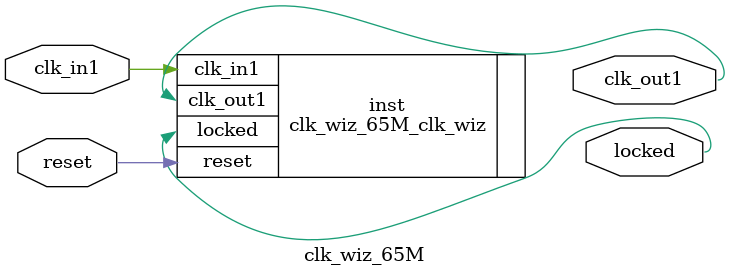
<source format=v>


`timescale 1ps/1ps

(* CORE_GENERATION_INFO = "clk_wiz_65M,clk_wiz_v6_0_4_0_0,{component_name=clk_wiz_65M,use_phase_alignment=true,use_min_o_jitter=false,use_max_i_jitter=false,use_dyn_phase_shift=false,use_inclk_switchover=false,use_dyn_reconfig=false,enable_axi=0,feedback_source=FDBK_AUTO,PRIMITIVE=MMCM,num_out_clk=1,clkin1_period=10.000,clkin2_period=10.000,use_power_down=false,use_reset=true,use_locked=true,use_inclk_stopped=false,feedback_type=SINGLE,CLOCK_MGR_TYPE=NA,manual_override=false}" *)

module clk_wiz_65M 
 (
  // Clock out ports
  output        clk_out1,
  // Status and control signals
  input         reset,
  output        locked,
 // Clock in ports
  input         clk_in1
 );

  clk_wiz_65M_clk_wiz inst
  (
  // Clock out ports  
  .clk_out1(clk_out1),
  // Status and control signals               
  .reset(reset), 
  .locked(locked),
 // Clock in ports
  .clk_in1(clk_in1)
  );

endmodule

</source>
